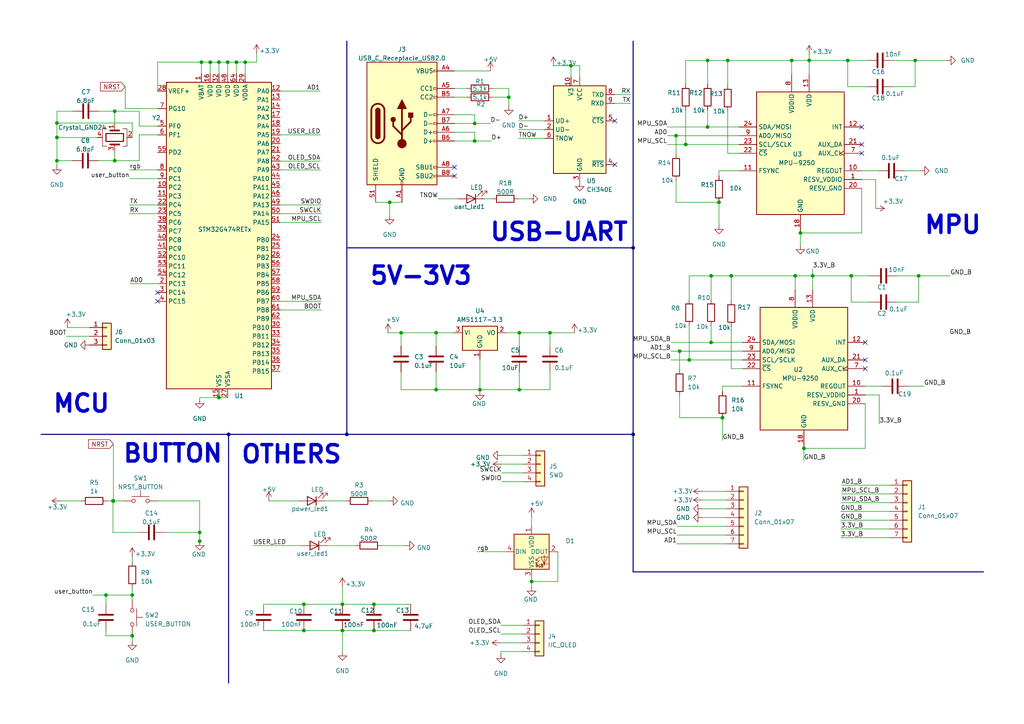
<source format=kicad_sch>
(kicad_sch (version 20230121) (generator eeschema)
  (paper "A4")
  (junction (at 99.314 175.26))
  (junction (at 199.898 104.394))
  (junction (at 183.642 71.882))
  (junction (at 108.458 175.26))
  (junction (at 68.58 18.034))
  (junction (at 265.43 17.526))
  (junction (at 230.632 80.01))
  (junction (at 88.138 182.88))
  (junction (at 206.248 99.314))
  (junction (at 209.55 121.158))
  (junction (at 99.314 182.88))
  (junction (at 63.5 115.316))
  (junction (at 63.5 18.034))
  (junction (at 116.332 96.52))
  (junction (at 16.51 39.878))
  (junction (at 71.12 18.034))
  (junction (at 159.512 96.52))
  (junction (at 266.446 80.01))
  (junction (at 57.912 154.432))
  (junction (at 33.274 46.609))
  (junction (at 16.51 35.687))
  (junction (at 245.872 17.526))
  (junction (at 38.354 172.593))
  (junction (at 66.04 18.034))
  (junction (at 150.622 113.03))
  (junction (at 108.458 182.88))
  (junction (at 229.616 17.526))
  (junction (at 100.584 125.984))
  (junction (at 205.232 36.83))
  (junction (at 38.354 184.404))
  (junction (at 58.42 18.034))
  (junction (at 208.534 58.674))
  (junction (at 232.156 67.564))
  (junction (at 150.622 96.52))
  (junction (at 183.642 125.984))
  (junction (at 126.492 96.52))
  (junction (at 212.09 80.01))
  (junction (at 66.294 125.984))
  (junction (at 137.668 35.814))
  (junction (at 113.03 58.674))
  (junction (at 32.766 145.288))
  (junction (at 154.178 168.656))
  (junction (at 234.696 17.526))
  (junction (at 16.51 46.609))
  (junction (at 233.172 130.048))
  (junction (at 206.248 80.01))
  (junction (at 139.192 113.03))
  (junction (at 126.492 113.03))
  (junction (at 30.734 172.593))
  (junction (at 147.574 28.194))
  (junction (at 165.608 19.05))
  (junction (at 197.104 101.854))
  (junction (at 32.893 145.288))
  (junction (at 211.074 17.526))
  (junction (at 198.882 41.91))
  (junction (at 33.274 32.258))
  (junction (at 205.232 17.526))
  (junction (at 60.96 18.034))
  (junction (at 246.888 80.01))
  (junction (at 235.712 80.01))
  (junction (at 57.912 156.972))
  (junction (at 196.088 39.37))
  (junction (at 88.138 175.26))
  (junction (at 137.668 40.894))
  (no_connect (at 249.936 36.83))
  (no_connect (at 178.308 35.052))
  (no_connect (at 45.72 87.376))
  (no_connect (at 250.952 106.934))
  (no_connect (at 250.952 99.314))
  (no_connect (at 250.952 104.394))
  (no_connect (at 45.72 84.836))
  (no_connect (at 249.936 44.45))
  (no_connect (at 178.308 47.752))
  (no_connect (at 131.826 51.054))
  (no_connect (at 131.826 48.514))
  (no_connect (at 249.936 41.91))
  (wire (pts (xy 76.454 175.26) (xy 88.138 175.26)))
  (wire (pts (xy 131.826 35.814) (xy 137.668 35.814)))
  (wire (pts (xy 150.622 107.95) (xy 150.622 113.03)))
  (wire (pts (xy 234.696 15.748) (xy 234.696 17.526)))
  (wire (pts (xy 159.512 96.52) (xy 166.624 96.52)))
  (wire (pts (xy 266.446 87.63) (xy 266.446 80.01)))
  (wire (pts (xy 205.232 36.83) (xy 214.376 36.83)))
  (wire (pts (xy 45.72 39.116) (xy 40.386 39.116)))
  (wire (pts (xy 110.744 158.242) (xy 117.602 158.242)))
  (wire (pts (xy 32.893 145.288) (xy 35.687 145.288)))
  (wire (pts (xy 145.288 181.356) (xy 151.384 181.356)))
  (wire (pts (xy 137.668 38.354) (xy 137.668 40.894)))
  (wire (pts (xy 16.51 46.609) (xy 16.51 48.006)))
  (wire (pts (xy 193.548 36.83) (xy 205.232 36.83)))
  (wire (pts (xy 259.08 17.526) (xy 265.43 17.526)))
  (bus (pts (xy 100.838 71.882) (xy 183.642 71.882)))
  (wire (pts (xy 249.936 49.53) (xy 254.762 49.53)))
  (wire (pts (xy 194.564 101.854) (xy 197.104 101.854)))
  (wire (pts (xy 214.376 44.45) (xy 211.074 44.45)))
  (wire (pts (xy 99.314 170.18) (xy 99.314 175.26)))
  (wire (pts (xy 108.966 58.674) (xy 113.03 58.674)))
  (wire (pts (xy 198.882 24.384) (xy 198.882 17.526)))
  (wire (pts (xy 131.826 20.574) (xy 142.24 20.574)))
  (wire (pts (xy 33.274 32.258) (xy 33.274 36.068)))
  (wire (pts (xy 19.304 97.536) (xy 25.908 97.536)))
  (wire (pts (xy 233.172 129.794) (xy 233.172 130.048)))
  (wire (pts (xy 243.84 148.336) (xy 258.064 148.336)))
  (wire (pts (xy 199.898 104.394) (xy 215.392 104.394)))
  (wire (pts (xy 107.95 145.288) (xy 112.776 145.288)))
  (wire (pts (xy 131.826 38.354) (xy 137.668 38.354)))
  (wire (pts (xy 63.5 18.034) (xy 66.04 18.034)))
  (wire (pts (xy 196.342 155.194) (xy 210.566 155.194)))
  (wire (pts (xy 150.368 57.658) (xy 153.416 57.658)))
  (wire (pts (xy 116.332 100.33) (xy 116.332 96.52)))
  (wire (pts (xy 230.632 84.074) (xy 230.632 80.01)))
  (wire (pts (xy 81.28 61.976) (xy 93.218 61.976)))
  (wire (pts (xy 30.734 172.593) (xy 38.354 172.593)))
  (wire (pts (xy 57.912 145.288) (xy 45.847 145.288)))
  (wire (pts (xy 232.156 67.31) (xy 232.156 67.564)))
  (wire (pts (xy 38.354 172.593) (xy 38.354 173.99)))
  (wire (pts (xy 108.458 182.88) (xy 119.126 182.88)))
  (wire (pts (xy 205.232 17.526) (xy 211.074 17.526)))
  (wire (pts (xy 38.354 184.15) (xy 38.354 184.404)))
  (wire (pts (xy 203.708 147.574) (xy 210.566 147.574)))
  (wire (pts (xy 81.28 64.516) (xy 93.218 64.516)))
  (wire (pts (xy 160.528 19.05) (xy 165.608 19.05)))
  (wire (pts (xy 145.288 188.976) (xy 145.288 189.738)))
  (wire (pts (xy 212.09 80.01) (xy 212.09 87.122)))
  (wire (pts (xy 57.912 156.972) (xy 57.912 157.099)))
  (wire (pts (xy 38.354 35.687) (xy 16.51 35.687)))
  (wire (pts (xy 154.178 149.86) (xy 154.178 152.4)))
  (wire (pts (xy 244.094 143.256) (xy 258.064 143.256)))
  (wire (pts (xy 113.03 58.674) (xy 116.586 58.674)))
  (wire (pts (xy 81.28 46.736) (xy 92.964 46.736)))
  (wire (pts (xy 203.708 150.114) (xy 210.566 150.114)))
  (wire (pts (xy 40.386 36.576) (xy 40.386 32.258)))
  (wire (pts (xy 208.534 58.674) (xy 208.534 65.278)))
  (wire (pts (xy 151.638 139.7) (xy 145.542 139.7)))
  (wire (pts (xy 33.274 32.258) (xy 40.386 32.258)))
  (wire (pts (xy 132.842 57.658) (xy 127 57.658)))
  (wire (pts (xy 74.422 15.494) (xy 74.422 18.034)))
  (wire (pts (xy 196.342 152.654) (xy 210.566 152.654)))
  (wire (pts (xy 243.84 155.956) (xy 258.064 155.956)))
  (wire (pts (xy 206.248 86.868) (xy 206.248 80.01)))
  (wire (pts (xy 150.368 40.132) (xy 157.988 40.132)))
  (wire (pts (xy 194.564 104.394) (xy 199.898 104.394)))
  (wire (pts (xy 161.798 160.02) (xy 161.798 168.656)))
  (wire (pts (xy 145.542 137.16) (xy 151.638 137.16)))
  (wire (pts (xy 76.454 182.88) (xy 88.138 182.88)))
  (wire (pts (xy 255.016 114.554) (xy 255.016 122.936)))
  (wire (pts (xy 165.608 22.352) (xy 165.608 19.05)))
  (wire (pts (xy 37.592 51.816) (xy 45.72 51.816)))
  (wire (pts (xy 150.622 100.33) (xy 150.622 96.52)))
  (wire (pts (xy 252.476 80.01) (xy 246.888 80.01)))
  (wire (pts (xy 126.492 100.33) (xy 126.492 96.52)))
  (wire (pts (xy 63.5 115.316) (xy 66.04 115.316)))
  (wire (pts (xy 57.912 154.432) (xy 57.912 145.288)))
  (wire (pts (xy 199.898 94.488) (xy 199.898 104.394)))
  (wire (pts (xy 30.734 172.593) (xy 30.734 175.26)))
  (wire (pts (xy 16.51 35.687) (xy 16.51 39.878)))
  (wire (pts (xy 266.446 80.01) (xy 275.59 80.01)))
  (wire (pts (xy 198.882 17.526) (xy 205.232 17.526)))
  (wire (pts (xy 154.178 167.64) (xy 154.178 168.656)))
  (wire (pts (xy 66.04 18.034) (xy 66.04 21.336)))
  (wire (pts (xy 159.512 113.03) (xy 150.622 113.03)))
  (wire (pts (xy 81.28 26.416) (xy 92.837 26.416)))
  (wire (pts (xy 263.398 112.014) (xy 267.97 112.014)))
  (wire (pts (xy 260.096 80.01) (xy 266.446 80.01)))
  (wire (pts (xy 45.72 18.034) (xy 58.42 18.034)))
  (wire (pts (xy 211.074 44.45) (xy 211.074 32.258)))
  (wire (pts (xy 199.898 80.01) (xy 206.248 80.01)))
  (wire (pts (xy 81.28 39.116) (xy 92.964 39.116)))
  (wire (pts (xy 233.172 133.604) (xy 233.172 130.048)))
  (wire (pts (xy 71.12 18.034) (xy 74.422 18.034)))
  (wire (pts (xy 57.912 115.316) (xy 57.912 115.824)))
  (wire (pts (xy 193.548 41.91) (xy 198.882 41.91)))
  (wire (pts (xy 38.354 35.687) (xy 38.354 39.878)))
  (wire (pts (xy 254 52.07) (xy 254 60.452)))
  (wire (pts (xy 126.492 96.52) (xy 131.572 96.52)))
  (wire (pts (xy 58.42 18.034) (xy 60.96 18.034)))
  (wire (pts (xy 165.608 19.05) (xy 168.148 19.05)))
  (wire (pts (xy 45.72 36.576) (xy 40.386 36.576)))
  (wire (pts (xy 232.156 67.564) (xy 249.936 67.564)))
  (wire (pts (xy 206.248 94.488) (xy 206.248 99.314)))
  (wire (pts (xy 249.936 52.07) (xy 254 52.07)))
  (wire (pts (xy 197.104 121.158) (xy 209.55 121.158)))
  (wire (pts (xy 215.392 106.934) (xy 212.09 106.934)))
  (wire (pts (xy 38.354 161.417) (xy 38.354 162.941)))
  (bus (pts (xy 183.642 71.882) (xy 183.642 125.984)))
  (wire (pts (xy 37.592 49.276) (xy 45.72 49.276)))
  (wire (pts (xy 131.826 28.194) (xy 135.382 28.194)))
  (wire (pts (xy 38.354 170.561) (xy 38.354 172.593)))
  (wire (pts (xy 178.308 29.972) (xy 182.88 29.972)))
  (wire (pts (xy 19.558 94.996) (xy 25.908 94.996)))
  (wire (pts (xy 161.798 168.656) (xy 154.178 168.656)))
  (wire (pts (xy 146.558 160.02) (xy 138.43 160.02)))
  (wire (pts (xy 20.955 46.609) (xy 16.51 46.609)))
  (wire (pts (xy 140.462 57.658) (xy 142.748 57.658)))
  (wire (pts (xy 229.616 17.526) (xy 234.696 17.526)))
  (wire (pts (xy 245.872 17.526) (xy 245.872 25.146)))
  (bus (pts (xy 66.294 125.984) (xy 66.294 198.12)))
  (wire (pts (xy 37.592 61.976) (xy 45.72 61.976)))
  (wire (pts (xy 30.734 184.404) (xy 38.354 184.404)))
  (wire (pts (xy 235.712 80.01) (xy 235.712 84.074)))
  (wire (pts (xy 208.534 51.054) (xy 208.534 49.53)))
  (wire (pts (xy 131.826 25.654) (xy 135.382 25.654)))
  (wire (pts (xy 116.332 107.95) (xy 116.332 113.03)))
  (wire (pts (xy 116.332 113.03) (xy 126.492 113.03)))
  (wire (pts (xy 32.893 128.778) (xy 32.893 145.288)))
  (wire (pts (xy 139.192 113.03) (xy 139.192 113.411)))
  (wire (pts (xy 199.898 86.868) (xy 199.898 80.01)))
  (wire (pts (xy 45.72 26.416) (xy 45.72 18.034)))
  (wire (pts (xy 196.342 157.734) (xy 210.566 157.734)))
  (wire (pts (xy 66.04 18.034) (xy 68.58 18.034)))
  (wire (pts (xy 81.28 89.916) (xy 93.218 89.916)))
  (wire (pts (xy 99.314 175.26) (xy 108.458 175.26)))
  (wire (pts (xy 131.826 40.894) (xy 137.668 40.894)))
  (wire (pts (xy 126.492 113.03) (xy 139.192 113.03)))
  (wire (pts (xy 37.719 82.296) (xy 45.72 82.296)))
  (wire (pts (xy 45.72 31.496) (xy 36.322 31.496)))
  (wire (pts (xy 230.632 80.01) (xy 235.712 80.01)))
  (wire (pts (xy 246.888 80.01) (xy 235.712 80.01)))
  (wire (pts (xy 249.936 54.61) (xy 249.936 67.564)))
  (wire (pts (xy 250.952 112.014) (xy 255.778 112.014)))
  (wire (pts (xy 209.55 112.014) (xy 215.392 112.014)))
  (wire (pts (xy 245.872 25.146) (xy 251.46 25.146)))
  (wire (pts (xy 246.888 87.63) (xy 252.476 87.63)))
  (wire (pts (xy 147.574 25.654) (xy 147.574 28.194)))
  (wire (pts (xy 32.766 145.288) (xy 32.893 145.288)))
  (wire (pts (xy 168.148 22.352) (xy 168.148 19.05)))
  (wire (pts (xy 206.248 80.01) (xy 212.09 80.01)))
  (wire (pts (xy 197.104 101.854) (xy 215.392 101.854)))
  (wire (pts (xy 28.575 46.609) (xy 33.274 46.609)))
  (wire (pts (xy 196.088 39.37) (xy 196.088 44.704)))
  (wire (pts (xy 243.84 150.876) (xy 258.064 150.876)))
  (wire (pts (xy 21.082 32.258) (xy 16.51 32.258)))
  (wire (pts (xy 31.115 145.288) (xy 32.766 145.288)))
  (wire (pts (xy 113.03 58.674) (xy 113.03 62.484)))
  (wire (pts (xy 116.332 96.52) (xy 126.492 96.52)))
  (wire (pts (xy 260.096 87.63) (xy 266.446 87.63)))
  (wire (pts (xy 243.84 153.416) (xy 258.064 153.416)))
  (wire (pts (xy 33.274 43.688) (xy 33.274 46.609)))
  (wire (pts (xy 137.668 40.894) (xy 142.494 40.894)))
  (wire (pts (xy 265.43 17.526) (xy 274.574 17.526)))
  (wire (pts (xy 32.766 145.288) (xy 32.766 154.432)))
  (wire (pts (xy 68.58 18.034) (xy 68.58 21.336)))
  (wire (pts (xy 143.002 28.194) (xy 147.574 28.194)))
  (wire (pts (xy 71.12 18.034) (xy 71.12 21.336)))
  (wire (pts (xy 193.548 39.37) (xy 196.088 39.37)))
  (wire (pts (xy 245.872 17.526) (xy 234.696 17.526)))
  (wire (pts (xy 38.354 184.404) (xy 38.354 185.928)))
  (bus (pts (xy 66.294 125.984) (xy 100.584 125.984)))
  (wire (pts (xy 94.996 158.242) (xy 103.124 158.242)))
  (wire (pts (xy 246.888 80.01) (xy 246.888 87.63)))
  (wire (pts (xy 28.194 39.878) (xy 16.51 39.878)))
  (wire (pts (xy 112.522 96.52) (xy 116.332 96.52)))
  (wire (pts (xy 63.5 18.034) (xy 63.5 21.336)))
  (wire (pts (xy 234.696 17.526) (xy 234.696 21.59)))
  (wire (pts (xy 37.592 59.436) (xy 45.72 59.436)))
  (wire (pts (xy 212.09 80.01) (xy 230.632 80.01)))
  (wire (pts (xy 198.882 32.004) (xy 198.882 41.91)))
  (wire (pts (xy 151.384 188.976) (xy 145.288 188.976)))
  (wire (pts (xy 108.458 175.26) (xy 119.126 175.26)))
  (bus (pts (xy 183.642 165.862) (xy 285.242 165.862)))
  (wire (pts (xy 60.96 18.034) (xy 60.96 21.336)))
  (wire (pts (xy 36.322 25.146) (xy 36.322 31.496)))
  (wire (pts (xy 150.622 96.52) (xy 159.512 96.52)))
  (wire (pts (xy 194.564 99.314) (xy 206.248 99.314)))
  (wire (pts (xy 145.288 183.896) (xy 151.384 183.896)))
  (wire (pts (xy 88.138 175.26) (xy 99.314 175.26)))
  (wire (pts (xy 143.002 25.654) (xy 147.574 25.654)))
  (wire (pts (xy 26.924 172.593) (xy 30.734 172.593)))
  (bus (pts (xy 100.584 125.984) (xy 183.642 125.984)))
  (wire (pts (xy 150.368 37.592) (xy 157.988 37.592)))
  (wire (pts (xy 209.55 113.538) (xy 209.55 112.014)))
  (wire (pts (xy 212.09 106.934) (xy 212.09 94.742)))
  (wire (pts (xy 235.712 77.978) (xy 235.712 80.01)))
  (wire (pts (xy 196.088 52.324) (xy 196.088 58.674)))
  (wire (pts (xy 208.534 49.53) (xy 214.376 49.53)))
  (bus (pts (xy 100.584 11.938) (xy 100.584 125.984)))
  (wire (pts (xy 30.734 182.88) (xy 30.734 184.404)))
  (wire (pts (xy 229.616 21.59) (xy 229.616 17.526)))
  (wire (pts (xy 209.55 121.158) (xy 209.55 127.762)))
  (wire (pts (xy 203.708 145.034) (xy 210.566 145.034)))
  (wire (pts (xy 81.28 59.436) (xy 93.218 59.436)))
  (wire (pts (xy 33.274 46.609) (xy 40.386 46.609)))
  (wire (pts (xy 150.622 113.03) (xy 139.192 113.03)))
  (wire (pts (xy 251.46 17.526) (xy 245.872 17.526)))
  (wire (pts (xy 28.702 32.258) (xy 33.274 32.258)))
  (wire (pts (xy 137.668 35.814) (xy 142.24 35.814)))
  (wire (pts (xy 211.074 17.526) (xy 211.074 24.638)))
  (wire (pts (xy 265.43 25.146) (xy 265.43 17.526)))
  (wire (pts (xy 81.28 87.376) (xy 93.218 87.376)))
  (wire (pts (xy 150.368 35.052) (xy 157.988 35.052)))
  (wire (pts (xy 196.088 39.37) (xy 214.376 39.37)))
  (wire (pts (xy 145.288 186.436) (xy 151.384 186.436)))
  (wire (pts (xy 211.074 17.526) (xy 229.616 17.526)))
  (wire (pts (xy 250.952 117.094) (xy 250.952 130.048)))
  (wire (pts (xy 16.51 39.878) (xy 16.51 46.609)))
  (wire (pts (xy 99.314 182.88) (xy 108.458 182.88)))
  (wire (pts (xy 250.952 114.554) (xy 255.016 114.554)))
  (wire (pts (xy 197.104 101.854) (xy 197.104 107.188)))
  (wire (pts (xy 58.42 21.336) (xy 58.42 18.034)))
  (wire (pts (xy 137.668 33.274) (xy 137.668 35.814)))
  (wire (pts (xy 196.088 58.674) (xy 208.534 58.674)))
  (wire (pts (xy 32.766 154.432) (xy 40.132 154.432)))
  (wire (pts (xy 198.882 41.91) (xy 214.376 41.91)))
  (wire (pts (xy 126.492 107.95) (xy 126.492 113.03)))
  (wire (pts (xy 145.542 132.08) (xy 151.638 132.08)))
  (wire (pts (xy 57.912 115.316) (xy 63.5 115.316)))
  (wire (pts (xy 159.512 96.52) (xy 159.512 100.33)))
  (wire (pts (xy 81.28 49.276) (xy 92.964 49.276)))
  (wire (pts (xy 47.752 154.432) (xy 57.912 154.432)))
  (wire (pts (xy 206.248 99.314) (xy 215.392 99.314)))
  (wire (pts (xy 40.386 39.116) (xy 40.386 46.609)))
  (bus (pts (xy 183.642 11.938) (xy 183.642 71.882)))
  (bus (pts (xy 11.938 125.984) (xy 66.294 125.984)))
  (wire (pts (xy 16.51 32.258) (xy 16.51 35.687)))
  (wire (pts (xy 244.094 145.796) (xy 258.064 145.796)))
  (wire (pts (xy 99.314 182.88) (xy 99.314 188.976)))
  (wire (pts (xy 88.138 182.88) (xy 99.314 182.88)))
  (wire (pts (xy 139.192 104.14) (xy 139.192 113.03)))
  (wire (pts (xy 259.08 25.146) (xy 265.43 25.146)))
  (wire (pts (xy 262.382 49.53) (xy 266.954 49.53)))
  (wire (pts (xy 94.234 145.288) (xy 100.33 145.288)))
  (wire (pts (xy 68.58 18.034) (xy 71.12 18.034)))
  (wire (pts (xy 232.156 71.12) (xy 232.156 67.564)))
  (wire (pts (xy 145.542 134.62) (xy 151.638 134.62)))
  (wire (pts (xy 159.512 107.95) (xy 159.512 113.03)))
  (wire (pts (xy 87.376 158.242) (xy 73.406 158.242)))
  (wire (pts (xy 17.653 145.288) (xy 23.495 145.288)))
  (wire (pts (xy 205.232 24.384) (xy 205.232 17.526)))
  (wire (pts (xy 60.96 18.034) (xy 63.5 18.034)))
  (wire (pts (xy 233.172 130.048) (xy 250.952 130.048)))
  (wire (pts (xy 57.912 154.432) (xy 57.912 156.972)))
  (wire (pts (xy 147.574 28.194) (xy 147.574 30.734)))
  (wire (pts (xy 77.978 145.288) (xy 86.614 145.288)))
  (wire (pts (xy 131.826 33.274) (xy 137.668 33.274)))
  (wire (pts (xy 197.104 114.808) (xy 197.104 121.158)))
  (wire (pts (xy 205.232 32.004) (xy 205.232 36.83)))
  (wire (pts (xy 146.812 96.52) (xy 150.622 96.52)))
  (wire (pts (xy 203.708 142.494) (xy 210.566 142.494)))
  (bus (pts (xy 183.642 125.984) (xy 183.642 165.862)))
  (wire (pts (xy 178.308 27.432) (xy 182.88 27.432)))
  (wire (pts (xy 244.094 140.716) (xy 258.064 140.716)))
  (wire (pts (xy 154.178 168.656) (xy 154.178 170.18)))
  (text "5V-3V3\n" (at 106.934 83.058 0) (effects (font (size 5 5) (thickness 1) bold) (justify left bottom)))
  (text "MCU" (at 14.986 120.142 0) (effects (font (size 5 5) (thickness 1) bold) (justify left bottom)))
  (text "BUTTON" (at 35.306 134.62 0) (effects (font (size 5 5) (thickness 1) bold) (justify left bottom)))
  (text "USB-UART" (at 141.732 70.358 0) (effects (font (size 5 5) (thickness 1) bold) (justify left bottom)))
  (text "MPU\n" (at 267.716 68.326 0) (effects (font (size 5 5) (thickness 1) bold) (justify left bottom)))
  (text "OTHERS" (at 69.596 134.874 0) (effects (font (size 5 5) (thickness 1) bold) (justify left bottom)))
  (label "AD0" (at 37.719 82.296 0))
  (label "MPU_SCL" (at 196.342 155.194 180))
  (label "AD0" (at 193.548 39.37 180))
  (label "GND_B" (at 243.84 148.336 0))
  (label "MPU_SCL_B" (at 244.094 143.256 0))
  (label "GND_B" (at 243.84 150.876 0))
  (label "MPU_SCL" (at 93.218 64.516 180))
  (label "SWCLK" (at 93.218 61.976 180))
  (label "MPU_SDA_B" (at 244.094 145.796 0))
  (label "3.3V_B" (at 243.84 155.956 0))
  (label "D+" (at 150.368 35.052 0))
  (label "AD1" (at 196.342 157.734 180))
  (label "user_button" (at 37.592 51.816 180))
  (label "USER_LED" (at 92.964 39.116 180))
  (label "MPU_SDA" (at 196.342 152.654 180))
  (label "GND_B" (at 275.336 97.282 0))
  (label "TNOW" (at 127 57.658 180))
  (label "RX" (at 182.88 27.432 180))
  (label "SWCLK" (at 145.542 137.16 180))
  (label "USER_LED" (at 73.406 158.242 0))
  (label "OLED_SDA" (at 145.288 181.356 180))
  (label "3.3V_B" (at 235.712 77.978 0))
  (label "3.3V_B" (at 243.84 153.416 0))
  (label "MPU_SDA" (at 93.218 87.376 180))
  (label "GND_B" (at 267.97 112.014 0))
  (label "GND_B" (at 209.55 127.762 0))
  (label "TX" (at 182.88 29.972 180))
  (label "MPU_SCL" (at 193.548 41.91 180))
  (label "GND_B" (at 275.59 80.01 0))
  (label "user_button" (at 26.924 172.593 180))
  (label "D-" (at 142.24 35.814 0))
  (label "MPU_SCL_B" (at 194.564 104.394 180))
  (label "rgb" (at 138.43 160.02 0))
  (label "MPU_SDA" (at 193.548 36.83 180))
  (label "TNOW" (at 150.368 40.132 0))
  (label "SWDIO" (at 145.542 139.7 180))
  (label "OLED_SCL" (at 145.288 183.896 180))
  (label "AD1" (at 92.837 26.416 180))
  (label "OLED_SDA" (at 92.964 46.736 180))
  (label "3.3V_B" (at 255.016 122.936 0))
  (label "SWDIO" (at 93.218 59.436 180))
  (label "MPU_SDA_B" (at 194.564 99.314 180))
  (label "OLED_SCL" (at 92.964 49.276 180))
  (label "BOOT" (at 93.218 89.916 180))
  (label "BOOT" (at 19.304 97.536 180))
  (label "D-" (at 150.368 37.592 0))
  (label "D+" (at 142.494 40.894 0))
  (label "rgb" (at 37.592 49.276 0))
  (label "AD1_B" (at 244.094 140.716 0))
  (label "GND_B" (at 233.172 133.604 0))
  (label "AD1_B" (at 194.564 101.854 180))
  (label "RX" (at 37.592 61.976 0))
  (label "TX" (at 37.592 59.436 0))
  (global_label "NRST" (shape input) (at 36.322 25.146 180) (property "Intersheetrefs" "${INTERSHEET_REFS}" (effects hide)))
  (global_label "NRST" (shape input) (at 32.893 128.778 180) (property "Intersheetrefs" "${INTERSHEET_REFS}" (effects hide)))
  (symbol (lib_id "Connector_Generic:Conn_01x07") (at 263.144 148.336 0) (unit 1)
    (property "Reference" "J1" (at 266.192 147.066 0) (effects (justify left)))
    (property "Value" "Conn_01x07" (at 266.192 149.606 0) (effects (justify left)))
    (property "Footprint" "Connector_Molex:Molex_SL_171971-0007_1x07_P2.54mm_Vertical" (effects hide))
  )
  (symbol (lib_id "Device:C") (at 255.27 17.526 90) (unit 1)
    (property "Reference" "C16" (at 254.762 20.828 90))
    (property "Value" "10nF" (at 259.08 15.748 90))
    (property "Footprint" "Capacitor_SMD:C_0603_1608Metric_Pad1.08x0.95mm_HandSolder" (effects hide))
  )
  (symbol (lib_id "Device:C") (at 30.734 179.07 180) (unit 1)
    (property "Reference" "C15" (at 23.622 176.784 0) (effects (justify right)))
    (property "Value" "0.1uF" (at 23.876 180.975 0) (effects (justify right)))
    (property "Footprint" "Capacitor_SMD:C_0603_1608Metric_Pad1.08x0.95mm_HandSolder" (effects hide))
  )
  (symbol (lib_id "power:+3.3V") (at 74.422 15.494 0) (unit 1)
    (property "Reference" "#PWR013" (effects hide))
    (property "Value" "+3.3V" (at 75.184 14.732 0) (effects (justify left)))
  )
  (symbol (lib_id "Device:R") (at 197.104 110.998 180) (unit 1)
    (property "Reference" "R7" (at 199.39 109.728 0) (effects (justify right)))
    (property "Value" "10k" (at 199.39 112.268 0) (effects (justify right)))
    (property "Footprint" "Resistor_SMD:R_0603_1608Metric_Pad0.98x0.95mm_HandSolder" (effects hide))
  )
  (symbol (lib_id "Iknob:C") (at 126.492 104.14 0) (unit 1)
    (property "Reference" "C4" (at 130.302 103.505 0) (effects (justify left)))
    (property "Value" "10uF" (at 130.302 106.045 0) (effects (justify left)))
    (property "Footprint" "Capacitor_SMD:C_0603_1608Metric" (effects hide))
  )
  (symbol (lib_id "power:GND") (at 154.178 170.18 0) (unit 1)
    (property "Reference" "#PWR040" (effects hide))
    (property "Value" "GND" (at 153.924 173.863 0))
  )
  (symbol (lib_id "Device:C") (at 259.588 112.014 90) (unit 1)
    (property "Reference" "C19" (at 262.382 114.3 90))
    (property "Value" "0.1uF" (at 259.334 108.204 90))
    (property "Footprint" "Capacitor_SMD:C_0603_1608Metric_Pad1.08x0.95mm_HandSolder" (effects hide))
  )
  (symbol (lib_id "Sensor_Motion:MPU-9250") (at 233.172 106.934 0) (unit 1)
    (property "Reference" "U2" (at 232.918 107.188 0) (effects (justify right)))
    (property "Value" "MPU-9250" (at 226.822 109.728 0) (effects (justify left)))
    (property "Footprint" "Sensor_Motion:InvenSense_QFN-24_3x3mm_P0.4mm" (effects hide))
    (property "Datasheet" "https://invensense.tdk.com/wp-content/uploads/2015/02/PS-MPU-9250A-01-v1.1.pdf" (effects hide))
  )
  (symbol (lib_id "Device:C") (at 258.572 49.53 90) (unit 1)
    (property "Reference" "C17" (at 261.366 51.816 90))
    (property "Value" "0.1uF" (at 258.318 45.72 90))
    (property "Footprint" "Capacitor_SMD:C_0603_1608Metric_Pad1.08x0.95mm_HandSolder" (effects hide))
  )
  (symbol (lib_id "power:+3.3V") (at 234.696 15.748 0) (unit 1)
    (property "Reference" "#PWR033" (effects hide))
    (property "Value" "+3.3V" (at 235.458 14.986 0) (effects (justify left)))
  )
  (symbol (lib_id "Device:R") (at 206.248 90.678 180) (unit 1)
    (property "Reference" "R10" (at 202.184 86.36 0) (effects (justify right)))
    (property "Value" "10k" (at 201.93 94.742 0) (effects (justify right)))
    (property "Footprint" "Resistor_SMD:R_0603_1608Metric_Pad0.98x0.95mm_HandSolder" (effects hide))
  )
  (symbol (lib_id "power:GND") (at 153.416 57.658 90) (unit 1)
    (property "Reference" "#PWR049" (effects hide))
    (property "Value" "GND" (at 157.48 57.658 90) (effects (justify right)))
  )
  (symbol (lib_id "Device:C") (at 88.138 179.07 0) (unit 1)
    (property "Reference" "C10" (at 83.82 177.292 0) (effects (justify left)))
    (property "Value" "100nF" (at 81.534 181.102 0) (effects (justify left)))
    (property "Footprint" "Capacitor_SMD:C_0603_1608Metric_Pad1.08x0.95mm_HandSolder" (effects hide))
  )
  (symbol (lib_id "Iknob:C") (at 150.622 104.14 0) (unit 1)
    (property "Reference" "C5" (at 148.082 101.6 0) (effects (justify left)))
    (property "Value" "10uF" (at 145.542 106.68 0) (effects (justify left)))
    (property "Footprint" "Capacitor_SMD:C_0603_1608Metric" (effects hide))
  )
  (symbol (lib_id "power:+3.3V") (at 203.708 145.034 90) (unit 1)
    (property "Reference" "#PWR042" (effects hide))
    (property "Value" "+3.3V" (at 200.914 145.034 90) (effects (justify left)))
  )
  (symbol (lib_id "Device:LED") (at 136.652 57.658 180) (unit 1)
    (property "Reference" "uart_led1" (at 136.144 59.944 0))
    (property "Value" "LED" (at 138.2395 54.356 0))
    (property "Footprint" "LED_SMD:LED_0603_1608Metric" (effects hide))
  )
  (symbol (lib_id "power:GND") (at 203.708 150.114 270) (unit 1)
    (property "Reference" "#PWR044" (effects hide))
    (property "Value" "GND" (at 200.152 150.114 90) (effects (justify right)))
  )
  (symbol (lib_id "power:+3.3V") (at 254 60.452 270) (unit 1)
    (property "Reference" "#PWR035" (effects hide))
    (property "Value" "+3.3V" (at 256.032 58.42 90) (effects (justify left)))
  )
  (symbol (lib_id "power:GND") (at 57.912 115.824 0) (unit 1)
    (property "Reference" "#PWR014" (effects hide))
    (property "Value" "GND" (at 57.912 121.412 0))
  )
  (symbol (lib_id "Device:C") (at 119.126 179.07 0) (unit 1)
    (property "Reference" "C13" (at 114.808 177.038 0) (effects (justify left)))
    (property "Value" "4.7uF" (at 120.142 181.61 0) (effects (justify left)))
    (property "Footprint" "Capacitor_SMD:C_0603_1608Metric_Pad1.08x0.95mm_HandSolder" (effects hide))
  )
  (symbol (lib_id "power:+3.3V") (at 38.354 161.417 0) (unit 1)
    (property "Reference" "#PWR036" (effects hide))
    (property "Value" "+3.3V" (at 39.116 160.655 0) (effects (justify left)))
  )
  (symbol (lib_id "Device:R") (at 139.192 25.654 90) (mirror x) (unit 1)
    (property "Reference" "R1" (at 139.192 23.622 90))
    (property "Value" "5.1k" (at 139.192 25.654 90))
    (property "Footprint" "Resistor_SMD:R_0603_1608Metric_Pad0.98x0.95mm_HandSolder" (effects hide))
  )
  (symbol (lib_id "Device:R") (at 106.934 158.242 90) (unit 1)
    (property "Reference" "R4" (at 106.934 153.67 90))
    (property "Value" "500R" (at 106.934 156.21 90))
    (property "Footprint" "Resistor_SMD:R_0603_1608Metric_Pad0.98x0.95mm_HandSolder" (effects hide))
  )
  (symbol (lib_id "Device:R") (at 209.55 117.348 180) (unit 1)
    (property "Reference" "R16" (at 212.09 116.078 0) (effects (justify right)))
    (property "Value" "10k" (at 212.09 118.618 0) (effects (justify right)))
    (property "Footprint" "Resistor_SMD:R_0603_1608Metric_Pad0.98x0.95mm_HandSolder" (effects hide))
  )
  (symbol (lib_id "power:+3.3V") (at 160.528 19.05 0) (unit 1)
    (property "Reference" "#PWR05" (effects hide))
    (property "Value" "+3.3V" (at 161.29 18.288 0) (effects (justify left)))
  )
  (symbol (lib_id "power:GND") (at 16.51 48.006 0) (unit 1)
    (property "Reference" "#PWR024" (effects hide))
    (property "Value" "GND" (at 16.51 53.594 0))
  )
  (symbol (lib_id "Device:C") (at 24.765 46.609 90) (unit 1)
    (property "Reference" "C8" (at 24.765 40.767 90))
    (property "Value" "6.8pF" (at 24.765 43.307 90))
    (property "Footprint" "Capacitor_SMD:C_0603_1608Metric_Pad1.08x0.95mm_HandSolder" (effects hide))
  )
  (symbol (lib_id "Sensor_Motion:MPU-9250") (at 232.156 44.45 0) (unit 1)
    (property "Reference" "U3" (at 232.664 44.704 0) (effects (justify right)))
    (property "Value" "MPU-9250" (at 225.806 47.244 0) (effects (justify left)))
    (property "Footprint" "Sensor_Motion:InvenSense_QFN-24_3x3mm_P0.4mm" (effects hide))
    (property "Datasheet" "https://invensense.tdk.com/wp-content/uploads/2015/02/PS-MPU-9250A-01-v1.1.pdf" (effects hide))
  )
  (symbol (lib_id "Interface_USB:CH340E") (at 168.148 37.592 0) (unit 1)
    (property "Reference" "U5" (at 170.1039 52.451 0) (effects (justify left)))
    (property "Value" "CH340E" (at 170.1039 54.991 0) (effects (justify left)))
    (property "Footprint" "Package_SO:MSOP-10_3x3mm_P0.5mm" (effects hide))
    (property "Datasheet" "https://www.mpja.com/download/35227cpdata.pdf" (effects hide))
  )
  (symbol (lib_id "power:GND") (at 113.03 62.484 0) (unit 1)
    (property "Reference" "#PWR02" (effects hide))
    (property "Value" "GND" (at 113.03 68.072 0))
  )
  (symbol (lib_id "Device:C") (at 76.454 179.07 0) (unit 1)
    (property "Reference" "C9" (at 70.866 177.8 0) (effects (justify left)))
    (property "Value" "100nF" (at 69.596 181.102 0) (effects (justify left)))
    (property "Footprint" "Capacitor_SMD:C_0603_1608Metric_Pad1.08x0.95mm_HandSolder" (effects hide))
  )
  (symbol (lib_id "power:GND") (at 168.148 52.832 0) (unit 1)
    (property "Reference" "#PWR03" (effects hide))
    (property "Value" "GND" (at 168.148 58.42 0))
  )
  (symbol (lib_id "power:GND") (at 274.574 17.526 90) (unit 1)
    (property "Reference" "#PWR034" (effects hide))
    (property "Value" "GND" (at 278.638 17.526 90) (effects (justify right)))
  )
  (symbol (lib_id "power:+3.3V") (at 99.314 170.18 0) (unit 1)
    (property "Reference" "#PWR026" (effects hide))
    (property "Value" "+3.3V" (at 100.076 169.418 0) (effects (justify left)))
  )
  (symbol (lib_id "power:+5V") (at 112.522 96.52 0) (unit 1)
    (property "Reference" "#PWR08" (effects hide))
    (property "Value" "+5V" (at 111.887 92.71 0) (effects (justify left)))
  )
  (symbol (lib_id "power:GND") (at 147.574 30.734 0) (unit 1)
    (property "Reference" "#PWR01" (effects hide))
    (property "Value" "GND" (at 147.574 36.322 0))
  )
  (symbol (lib_id "Device:C") (at 255.27 25.146 90) (unit 1)
    (property "Reference" "C18" (at 254.762 28.448 90))
    (property "Value" "0.1uF" (at 259.588 27.178 90))
    (property "Footprint" "Capacitor_SMD:C_0603_1608Metric_Pad1.08x0.95mm_HandSolder" (effects hide))
  )
  (symbol (lib_id "power:+5V") (at 142.24 20.574 0) (unit 1)
    (property "Reference" "#PWR06" (effects hide))
    (property "Value" "+5V" (at 142.24 17.272 0))
  )
  (symbol (lib_id "power:GND") (at 208.534 65.278 0) (unit 1)
    (property "Reference" "#PWR031" (effects hide))
    (property "Value" "GND" (at 208.534 70.866 0))
  )
  (symbol (lib_id "power:+3.3V") (at 166.624 96.52 0) (unit 1)
    (property "Reference" "#PWR04" (effects hide))
    (property "Value" "+3.3V" (at 167.386 95.758 0) (effects (justify left)))
  )
  (symbol (lib_id "power:GND") (at 203.708 147.574 270) (unit 1)
    (property "Reference" "#PWR043" (effects hide))
    (property "Value" "GND" (at 200.152 147.574 90) (effects (justify right)))
  )
  (symbol (lib_id "Device:LED") (at 91.186 158.242 180) (unit 1)
    (property "Reference" "user_led1" (at 90.678 160.528 0))
    (property "Value" "LED" (at 92.7735 154.94 0))
    (property "Footprint" "LED_SMD:LED_0603_1608Metric" (effects hide))
  )
  (symbol (lib_id "Switch:SW_Push") (at 40.767 145.288 0) (unit 1)
    (property "Reference" "SW1" (at 40.767 138.684 0))
    (property "Value" "NRST_BUTTON" (at 40.767 141.224 0))
    (property "Footprint" "Button_Switch_SMD:SW_SPST_B3U-1000P" (effects hide))
  )
  (symbol (lib_id "power:GND") (at 25.908 100.076 270) (unit 1)
    (property "Reference" "#PWR012" (effects hide))
    (property "Value" "GND" (at 22.606 100.076 90) (effects (justify right)))
  )
  (symbol (lib_id "power:+5V") (at 77.978 145.288 0) (unit 1)
    (property "Reference" "#PWR016" (effects hide))
    (property "Value" "+5V" (at 77.978 141.986 0))
  )
  (symbol (lib_id "Device:R") (at 139.192 28.194 270) (unit 1)
    (property "Reference" "R2" (at 139.446 30.226 90))
    (property "Value" "5.1k" (at 139.192 28.194 90))
    (property "Footprint" "Resistor_SMD:R_0603_1608Metric_Pad0.98x0.95mm_HandSolder" (effects hide))
  )
  (symbol (lib_id "Device:R") (at 196.088 48.514 180) (unit 1)
    (property "Reference" "R14" (at 190.754 47.244 0) (effects (justify right)))
    (property "Value" "10k" (at 191.77 52.324 0) (effects (justify right)))
    (property "Footprint" "Resistor_SMD:R_0603_1608Metric_Pad0.98x0.95mm_HandSolder" (effects hide))
  )
  (symbol (lib_id "power:+5V") (at 154.178 149.86 0) (unit 1)
    (property "Reference" "#PWR039" (effects hide))
    (property "Value" "+5V" (at 153.543 146.05 0) (effects (justify left)))
  )
  (symbol (lib_id "power:GND") (at 145.288 189.738 0) (unit 1)
    (property "Reference" "#PWR019" (effects hide))
    (property "Value" "GND" (at 145.288 195.326 0))
  )
  (symbol (lib_id "power:GND") (at 117.602 158.242 90) (unit 1)
    (property "Reference" "#PWR015" (effects hide))
    (property "Value" "GND" (at 120.904 158.877 90) (effects (justify right)))
  )
  (symbol (lib_id "power:+3.3V") (at 145.542 134.62 90) (unit 1)
    (property "Reference" "#PWR017" (effects hide))
    (property "Value" "+3.3V" (at 142.24 134.62 90) (effects (justify left)))
  )
  (symbol (lib_id "MCU_ST_STM32G4:STM32G474RETx") (at 63.5 69.596 0) (unit 1)
    (property "Reference" "U1" (at 67.9959 114.808 0) (effects (justify left)))
    (property "Value" "STM32G474RETx" (at 57.404 66.548 0) (effects (justify left)))
    (property "Footprint" "Package_QFP:LQFP-64_10x10mm_P0.5mm" (effects hide))
    (property "Datasheet" "https://www.st.com/resource/en/datasheet/stm32g474re.pdf" (effects hide))
  )
  (symbol (lib_id "power:GND") (at 266.954 49.53 90) (unit 1)
    (property "Reference" "#PWR038" (effects hide))
    (property "Value" "GND" (at 271.018 49.53 90) (effects (justify right)))
  )
  (symbol (lib_id "LED:WS2812B") (at 154.178 160.02 0) (unit 1)
    (property "Reference" "D1" (at 165.354 156.8959 0))
    (property "Value" "WS2812B" (effects hide))
    (property "Footprint" "LED_SMD:LED_WS2812B_PLCC4_5.0x5.0mm_P3.2mm" (effects hide))
    (property "Datasheet" "https://cdn-shop.adafruit.com/datasheets/WS2812B.pdf" (effects hide))
  )
  (symbol (lib_id "power:+3.3V") (at 17.653 145.288 90) (unit 1)
    (property "Reference" "#PWR028" (effects hide))
    (property "Value" "+3.3V" (at 19.558 147.066 90) (effects (justify left)))
  )
  (symbol (lib_id "Iknob:C") (at 116.332 104.14 0) (unit 1)
    (property "Reference" "C3" (at 120.142 103.505 0) (effects (justify left)))
    (property "Value" "0.1uF" (at 120.142 106.045 0) (effects (justify left)))
    (property "Footprint" "Capacitor_SMD:C_0603_1608Metric" (effects hide))
  )
  (symbol (lib_id "Device:Crystal_GND24") (at 33.274 39.878 270) (unit 1)
    (property "Reference" "Y2" (at 45.339 34.1883 90))
    (property "Value" "Crystal_GND24" (at 23.876 36.957 90))
    (property "Footprint" "Crystal:Crystal_SMD_2016-4Pin_2.0x1.6mm" (effects hide))
  )
  (symbol (lib_id "Device:C") (at 108.458 179.07 0) (unit 1)
    (property "Reference" "C12" (at 104.648 177.038 0) (effects (justify left)))
    (property "Value" "100nF" (at 109.22 181.356 0) (effects (justify left)))
    (property "Footprint" "Capacitor_SMD:C_0603_1608Metric_Pad1.08x0.95mm_HandSolder" (effects hide))
  )
  (symbol (lib_id "Iknob:USB_C_Receptacle_USB2.0") (at 116.586 35.814 0) (unit 1)
    (property "Reference" "J3" (at 116.586 14.351 0))
    (property "Value" "USB_C_Receptacle_USB2.0" (at 116.586 16.891 0))
    (property "Footprint" "Connector_USB:USB_C_Receptacle_G-Switch_GT-USB-7010ASV" (effects hide))
    (property "Datasheet" "https://www.usb.org/sites/default/files/documents/usb_type-c.zip" (effects hide))
  )
  (symbol (lib_id "Connector_Generic:Conn_01x03") (at 30.988 97.536 0) (unit 1)
    (property "Reference" "J6" (at 33.274 96.266 0) (effects (justify left)))
    (property "Value" "Conn_01x03" (at 33.274 98.806 0) (effects (justify left)))
    (property "Footprint" "Connector_PinHeader_2.54mm:PinHeader_1x03_P2.54mm_Vertical" (effects hide))
  )
  (symbol (lib_id "Device:R") (at 212.09 90.932 180) (unit 1)
    (property "Reference" "R17" (at 213.868 89.154 0) (effects (justify right)))
    (property "Value" "10k" (at 208.28 94.996 0) (effects (justify right)))
    (property "Footprint" "Resistor_SMD:R_0603_1608Metric_Pad0.98x0.95mm_HandSolder" (effects hide))
  )
  (symbol (lib_id "Device:R") (at 198.882 28.194 180) (unit 1)
    (property "Reference" "R11" (at 193.548 26.924 0) (effects (justify right)))
    (property "Value" "10k" (at 194.564 32.004 0) (effects (justify right)))
    (property "Footprint" "Resistor_SMD:R_0603_1608Metric_Pad0.98x0.95mm_HandSolder" (effects hide))
  )
  (symbol (lib_id "Iknob:C") (at 159.512 104.14 0) (unit 1)
    (property "Reference" "C6" (at 160.782 101.6 0) (effects (justify left)))
    (property "Value" "0.1uF" (at 160.782 106.68 0) (effects (justify left)))
    (property "Footprint" "Capacitor_SMD:C_0603_1608Metric" (effects hide))
  )
  (symbol (lib_id "power:+3.3V") (at 203.708 142.494 90) (unit 1)
    (property "Reference" "#PWR041" (effects hide))
    (property "Value" "+3.3V" (at 200.914 142.494 90) (effects (justify left)))
  )
  (symbol (lib_id "Device:R") (at 211.074 28.448 180) (unit 1)
    (property "Reference" "R13" (at 205.74 27.178 0) (effects (justify right)))
    (property "Value" "10k" (at 206.756 32.258 0) (effects (justify right)))
    (property "Footprint" "Resistor_SMD:R_0603_1608Metric_Pad0.98x0.95mm_HandSolder" (effects hide))
  )
  (symbol (lib_id "power:+3.3V") (at 19.558 94.996 0) (unit 1)
    (property "Reference" "#PWR025" (effects hide))
    (property "Value" "+3.3V" (at 19.05 91.186 0) (effects (justify left)))
  )
  (symbol (lib_id "Connector_Generic:Conn_01x04") (at 156.718 134.62 0) (unit 1)
    (property "Reference" "J5" (at 159.258 135.255 0) (effects (justify left)))
    (property "Value" "SWD" (at 159.258 137.795 0) (effects (justify left)))
    (property "Footprint" "Connector_PinHeader_2.54mm:PinHeader_1x04_P2.54mm_Vertical" (effects hide))
  )
  (symbol (lib_id "Device:C") (at 99.314 179.07 0) (unit 1)
    (property "Reference" "C11" (at 95.504 177.292 0) (effects (justify left)))
    (property "Value" "100nF" (at 99.568 181.229 0) (effects (justify left)))
    (property "Footprint" "Capacitor_SMD:C_0603_1608Metric_Pad1.08x0.95mm_HandSolder" (effects hide))
  )
  (symbol (lib_id "power:+3.3V") (at 145.288 186.436 90) (unit 1)
    (property "Reference" "#PWR020" (effects hide))
    (property "Value" "+3.3V" (at 141.986 186.436 90) (effects (justify left)))
  )
  (symbol (lib_id "power:GND") (at 145.542 132.08 270) (unit 1)
    (property "Reference" "#PWR018" (effects hide))
    (property "Value" "GND" (at 142.113 132.715 90) (effects (justify right)))
  )
  (symbol (lib_id "power:GND") (at 232.156 71.12 0) (unit 1)
    (property "Reference" "#PWR032" (effects hide))
    (property "Value" "GND" (at 235.712 72.898 0))
  )
  (symbol (lib_id "Switch:SW_Push") (at 38.354 179.07 270) (unit 1)
    (property "Reference" "SW2" (at 42.037 178.435 90) (effects (justify left)))
    (property "Value" "USER_BUTTON" (at 42.037 180.975 90) (effects (justify left)))
    (property "Footprint" "Button_Switch_SMD:SW_SPST_B3U-1000P" (effects hide))
  )
  (symbol (lib_id "Device:C") (at 43.942 154.432 90) (unit 1)
    (property "Reference" "C14" (at 43.942 148.844 90))
    (property "Value" "0.1uF" (at 43.942 151.384 90))
    (property "Footprint" "Capacitor_SMD:C_0603_1608Metric_Pad1.08x0.95mm_HandSolder" (effects hide))
  )
  (symbol (lib_id "power:GND") (at 139.192 113.411 0) (unit 1)
    (property "Reference" "#PWR09" (effects hide))
    (property "Value" "GND" (at 138.938 117.094 0))
  )
  (symbol (lib_id "power:GND") (at 112.776 145.288 90) (unit 1)
    (property "Reference" "#PWR07" (effects hide))
    (property "Value" "GND" (at 116.078 145.923 90) (effects (justify right)))
  )
  (symbol (lib_id "Connector_Generic:Conn_01x04") (at 156.464 183.896 0) (unit 1)
    (property "Reference" "J4" (at 158.877 184.531 0) (effects (justify left)))
    (property "Value" "IIC_OLED" (at 158.877 187.071 0) (effects (justify left)))
    (property "Footprint" "Connector_PinSocket_2.54mm:PinSocket_1x04_P2.54mm_Vertical" (effects hide))
  )
  (symbol (lib_id "Device:R") (at 104.14 145.288 90) (unit 1)
    (property "Reference" "R3" (at 104.14 140.716 90))
    (property "Value" "500R" (at 104.14 143.256 90))
    (property "Footprint" "Resistor_SMD:R_0603_1608Metric_Pad0.98x0.95mm_HandSolder" (effects hide))
  )
  (symbol (lib_id "power:GND") (at 57.912 156.972 0) (unit 1)
    (property "Reference" "#PWR023" (effects hide))
    (property "Value" "GND" (at 57.658 160.782 0))
  )
  (symbol (lib_id "Device:C") (at 256.286 80.01 90) (unit 1)
    (property "Reference" "C1" (at 255.778 83.312 90))
    (property "Value" "10nF" (at 260.096 78.232 90))
    (property "Footprint" "Capacitor_SMD:C_0603_1608Metric_Pad1.08x0.95mm_HandSolder" (effects hide))
  )
  (symbol (lib_id "Device:R") (at 208.534 54.864 180) (unit 1)
    (property "Reference" "R15" (at 203.2 53.594 0) (effects (justify right)))
    (property "Value" "10k" (at 211.582 54.61 0) (effects (justify right)))
    (property "Footprint" "Resistor_SMD:R_0603_1608Metric_Pad0.98x0.95mm_HandSolder" (effects hide))
  )
  (symbol (lib_id "Device:R") (at 27.305 145.288 90) (unit 1)
    (property "Reference" "R5" (at 27.305 139.954 90))
    (property "Value" "1k" (at 27.305 142.494 90))
    (property "Footprint" "Resistor_SMD:R_0603_1608Metric_Pad0.98x0.95mm_HandSolder" (effects hide))
  )
  (symbol (lib_id "Device:C") (at 24.892 32.258 90) (unit 1)
    (property "Reference" "C7" (at 24.892 26.67 90))
    (property "Value" "6.8pF" (at 24.892 29.21 90))
    (property "Footprint" "Capacitor_SMD:C_0603_1608Metric_Pad1.08x0.95mm_HandSolder" (effects hide))
  )
  (symbol (lib_id "Connector_Generic:Conn_01x07") (at 215.646 150.114 0) (unit 1)
    (property "Reference" "J2" (at 218.694 148.844 0) (effects (justify left)))
    (property "Value" "Conn_01x07" (at 218.694 151.384 0) (effects (justify left)))
    (property "Footprint" "Connector_Molex:Molex_SL_171971-0007_1x07_P2.54mm_Vertical" (effects hide))
  )
  (symbol (lib_id "Device:C") (at 256.286 87.63 90) (unit 1)
    (property "Reference" "C2" (at 255.778 90.932 90))
    (property "Value" "0.1uF" (at 260.604 89.662 90))
    (property "Footprint" "Capacitor_SMD:C_0603_1608Metric_Pad1.08x0.95mm_HandSolder" (effects hide))
  )
  (symbol (lib_id "power:GND") (at 38.354 185.928 0) (unit 1)
    (property "Reference" "#PWR037" (effects hide))
    (property "Value" "GND" (at 38.354 191.516 0))
  )
  (symbol (lib_id "power:GND") (at 99.314 188.976 0) (unit 1)
    (property "Reference" "#PWR027" (effects hide))
    (property "Value" "GND" (at 99.314 194.564 0))
  )
  (symbol (lib_id "Device:R") (at 146.558 57.658 90) (unit 1)
    (property "Reference" "R18" (at 146.558 53.086 90))
    (property "Value" "500R" (at 146.558 55.626 90))
    (property "Footprint" "Resistor_SMD:R_0603_1608Metric_Pad0.98x0.95mm_HandSolder" (effects hide))
  )
  (symbol (lib_id "Device:R") (at 38.354 166.751 0) (unit 1)
    (property "Reference" "R9" (at 40.767 166.116 0) (effects (justify left)))
    (property "Value" "10k" (at 40.767 168.656 0) (effects (justify left)))
    (property "Footprint" "Resistor_SMD:R_0603_1608Metric_Pad0.98x0.95mm_HandSolder" (effects hide))
  )
  (symbol (lib_id "Device:R") (at 199.898 90.678 180) (unit 1)
    (property "Reference" "R8" (at 194.564 89.408 0) (effects (justify right)))
    (property "Value" "10k" (at 195.58 94.488 0) (effects (justify right)))
    (property "Footprint" "Resistor_SMD:R_0603_1608Metric_Pad0.98x0.95mm_HandSolder" (effects hide))
  )
  (symbol (lib_id "Device:R") (at 205.232 28.194 180) (unit 1)
    (property "Reference" "R12" (at 199.898 26.924 0) (effects (justify right)))
    (property "Value" "10k" (at 200.914 32.004 0) (effects (justify right)))
    (property "Footprint" "Resistor_SMD:R_0603_1608Metric_Pad0.98x0.95mm_HandSolder" (effects hide))
  )
  (symbol (lib_id "Iknob:AMS1117-3.3") (at 139.192 96.52 0) (unit 1)
    (property "Reference" "U4" (at 139.192 90.17 0))
    (property "Value" "AMS1117-3.3" (at 139.192 92.71 0))
    (property "Footprint" "Package_TO_SOT_SMD:SOT-223-3_TabPin2" (effects hide))
    (property "Datasheet" "http://www.advanced-monolithic.com/pdf/ds1117.pdf" (effects hide))
  )
  (symbol (lib_id "Device:LED") (at 90.424 145.288 180) (unit 1)
    (property "Reference" "power_led1" (at 89.916 147.574 0))
    (property "Value" "LED" (at 92.0115 141.986 0))
    (property "Footprint" "LED_SMD:LED_0603_1608Metric" (effects hide))
  )
)
</source>
